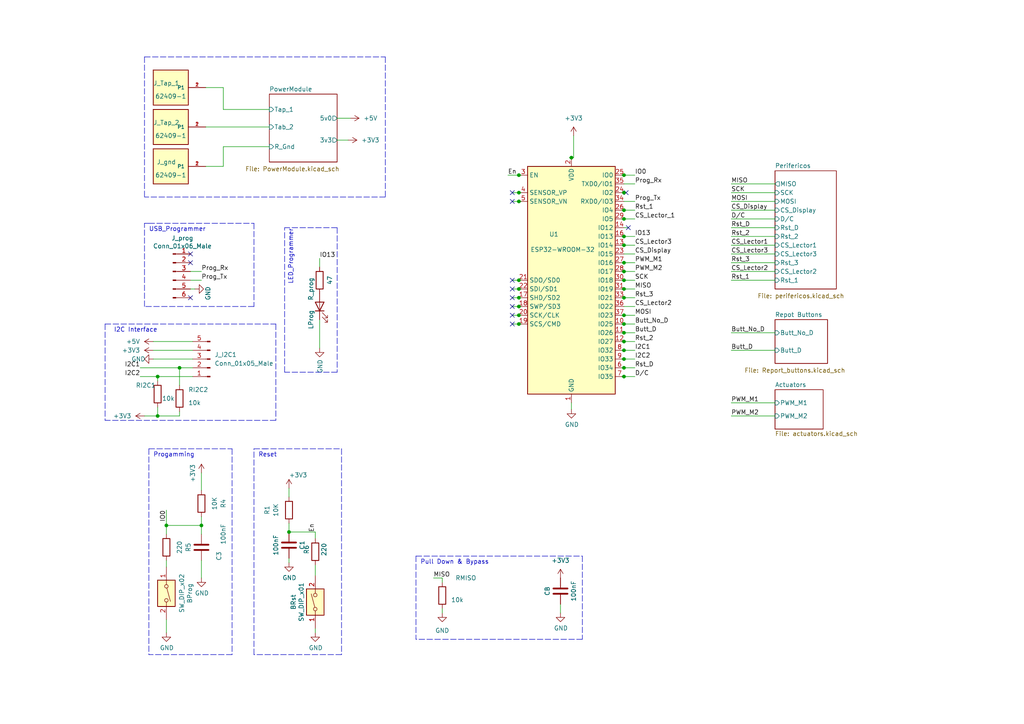
<source format=kicad_sch>
(kicad_sch (version 20211123) (generator eeschema)
  (paper "A4")
  (lib_symbols
    (symbol "Connector:Conn_01x05_Male" (pin_names (offset 1.016) hide)
      (property "Reference" "J" (at 0 7.62 0))
      (property "Value" "Conn_01x05_Male" (at 0 -7.62 0))
      (symbol "Conn_01x05_Male_1_1"
        (polyline (pts (xy 1.27 -5.08) (xy 0.8636 -5.08)) (stroke (width 0.1524)))
        (polyline (pts (xy 1.27 -2.54) (xy 0.8636 -2.54)) (stroke (width 0.1524)))
        (polyline (pts (xy 1.27 0) (xy 0.8636 0)) (stroke (width 0.1524)))
        (polyline (pts (xy 1.27 2.54) (xy 0.8636 2.54)) (stroke (width 0.1524)))
        (polyline (pts (xy 1.27 5.08) (xy 0.8636 5.08)) (stroke (width 0.1524)))
        (rectangle (start 0.8636 -4.953) (end 0 -5.207) (stroke (width 0.1524)) (fill (type outline)))
        (rectangle (start 0.8636 -2.413) (end 0 -2.667) (stroke (width 0.1524)) (fill (type outline)))
        (rectangle (start 0.8636 0.127) (end 0 -0.127) (stroke (width 0.1524)) (fill (type outline)))
        (rectangle (start 0.8636 2.667) (end 0 2.413) (stroke (width 0.1524)) (fill (type outline)))
        (rectangle (start 0.8636 5.207) (end 0 4.953) (stroke (width 0.1524)) (fill (type outline)))
        (pin passive line (at 5.08 5.08 180) (length 3.81) (name "Pin_1") (number "1"))
        (pin passive line (at 5.08 2.54 180) (length 3.81) (name "Pin_2") (number "2"))
        (pin passive line (at 5.08 0 180) (length 3.81) (name "Pin_3") (number "3"))
        (pin passive line (at 5.08 -2.54 180) (length 3.81) (name "Pin_4") (number "4"))
        (pin passive line (at 5.08 -5.08 180) (length 3.81) (name "Pin_5") (number "5"))
      )
    )
    (symbol "Connector:Conn_01x06_Male" (pin_names (offset 1.016) hide)
      (property "Reference" "J" (at 0 7.62 0))
      (property "Value" "Conn_01x06_Male" (at 0 -10.16 0))
      (symbol "Conn_01x06_Male_1_1"
        (polyline (pts (xy 1.27 -7.62) (xy 0.8636 -7.62)) (stroke (width 0.1524)))
        (polyline (pts (xy 1.27 -5.08) (xy 0.8636 -5.08)) (stroke (width 0.1524)))
        (polyline (pts (xy 1.27 -2.54) (xy 0.8636 -2.54)) (stroke (width 0.1524)))
        (polyline (pts (xy 1.27 0) (xy 0.8636 0)) (stroke (width 0.1524)))
        (polyline (pts (xy 1.27 2.54) (xy 0.8636 2.54)) (stroke (width 0.1524)))
        (polyline (pts (xy 1.27 5.08) (xy 0.8636 5.08)) (stroke (width 0.1524)))
        (rectangle (start 0.8636 -7.493) (end 0 -7.747) (stroke (width 0.1524)) (fill (type outline)))
        (rectangle (start 0.8636 -4.953) (end 0 -5.207) (stroke (width 0.1524)) (fill (type outline)))
        (rectangle (start 0.8636 -2.413) (end 0 -2.667) (stroke (width 0.1524)) (fill (type outline)))
        (rectangle (start 0.8636 0.127) (end 0 -0.127) (stroke (width 0.1524)) (fill (type outline)))
        (rectangle (start 0.8636 2.667) (end 0 2.413) (stroke (width 0.1524)) (fill (type outline)))
        (rectangle (start 0.8636 5.207) (end 0 4.953) (stroke (width 0.1524)) (fill (type outline)))
        (pin passive line (at 5.08 5.08 180) (length 3.81) (name "Pin_1") (number "1"))
        (pin passive line (at 5.08 2.54 180) (length 3.81) (name "Pin_2") (number "2"))
        (pin passive line (at 5.08 0 180) (length 3.81) (name "Pin_3") (number "3"))
        (pin passive line (at 5.08 -2.54 180) (length 3.81) (name "Pin_4") (number "4"))
        (pin passive line (at 5.08 -5.08 180) (length 3.81) (name "Pin_5") (number "5"))
        (pin passive line (at 5.08 -7.62 180) (length 3.81) (name "Pin_6") (number "6"))
      )
    )
    (symbol "Connector_Faston:62409-1" (pin_names (offset 1.016))
      (property "Reference" "J" (at -5.08 5.08 0))
      (property "Value" "62409-1" (at -5.08 -7.62 0))
      (symbol "62409-1_0_0"
        (rectangle (start -5.08 -5.08) (end 5.08 5.08) (stroke (width 0.254)) (fill (type background)))
        (pin passive line (at -10.16 0 0) (length 5.08) (name "P1") (number "1"))
        (pin passive line (at -10.16 0 0) (length 5.08) (name "P1") (number "2"))
      )
    )
    (symbol "Device:C" (pin_numbers hide) (pin_names (offset 0.254))
      (property "Reference" "C" (at 0.635 2.54 0))
      (property "Value" "C" (at 0.635 -2.54 0))
      (symbol "C_0_1"
        (polyline (pts (xy -2.032 -0.762) (xy 2.032 -0.762)) (stroke (width 0.508)))
        (polyline (pts (xy -2.032 0.762) (xy 2.032 0.762)) (stroke (width 0.508)))
      )
      (symbol "C_1_1"
        (pin passive line (at 0 3.81 270) (length 2.794) (name "~") (number "1"))
        (pin passive line (at 0 -3.81 90) (length 2.794) (name "~") (number "2"))
      )
    )
    (symbol "Device:LED" (pin_numbers hide) (pin_names (offset 1.016) hide)
      (property "Reference" "D" (at 0 2.54 0))
      (property "Value" "LED" (at 0 -2.54 0))
      (symbol "LED_0_1"
        (polyline (pts (xy -1.27 -1.27) (xy -1.27 1.27)) (stroke (width 0.254)))
        (polyline (pts (xy -1.27 0) (xy 1.27 0)))
        (polyline (pts (xy 1.27 -1.27) (xy 1.27 1.27) (xy -1.27 0) (xy 1.27 -1.27)) (stroke (width 0.254)))
        (polyline (pts (xy -3.048 -0.762) (xy -4.572 -2.286) (xy -3.81 -2.286) (xy -4.572 -2.286) (xy -4.572 -1.524)))
        (polyline (pts (xy -1.778 -0.762) (xy -3.302 -2.286) (xy -2.54 -2.286) (xy -3.302 -2.286) (xy -3.302 -1.524)))
      )
      (symbol "LED_1_1"
        (pin passive line (at -3.81 0 0) (length 2.54) (name "K") (number "1"))
        (pin passive line (at 3.81 0 180) (length 2.54) (name "A") (number "2"))
      )
    )
    (symbol "Device:R" (pin_numbers hide) (pin_names (offset 0))
      (property "Reference" "R" (at 2.032 0 90))
      (property "Value" "R" (at 0 0 90))
      (symbol "R_0_1"
        (rectangle (start -1.016 -2.54) (end 1.016 2.54) (stroke (width 0.254)))
      )
      (symbol "R_1_1"
        (pin passive line (at 0 3.81 270) (length 1.27) (name "~") (number "1"))
        (pin passive line (at 0 -3.81 90) (length 1.27) (name "~") (number "2"))
      )
    )
    (symbol "RF_Module:ESP32-WROOM-32"
      (property "Reference" "U" (at -12.7 34.29 0))
      (property "Value" "ESP32-WROOM-32" (at 1.27 34.29 0))
      (symbol "ESP32-WROOM-32_0_1"
        (rectangle (start -12.7 33.02) (end 12.7 -33.02) (stroke (width 0.254)) (fill (type background)))
      )
      (symbol "ESP32-WROOM-32_1_1"
        (pin power_in line (at 0 -35.56 90) (length 2.54) (name "GND") (number "1"))
        (pin bidirectional line (at 15.24 -12.7 180) (length 2.54) (name "IO25") (number "10"))
        (pin bidirectional line (at 15.24 -15.24 180) (length 2.54) (name "IO26") (number "11"))
        (pin bidirectional line (at 15.24 -17.78 180) (length 2.54) (name "IO27") (number "12"))
        (pin bidirectional line (at 15.24 10.16 180) (length 2.54) (name "IO14") (number "13"))
        (pin bidirectional line (at 15.24 15.24 180) (length 2.54) (name "IO12") (number "14"))
        (pin passive line (at 0 -35.56 90) (length 2.54) hide (name "GND") (number "15"))
        (pin bidirectional line (at 15.24 12.7 180) (length 2.54) (name "IO13") (number "16"))
        (pin bidirectional line (at -15.24 -5.08 0) (length 2.54) (name "SHD/SD2") (number "17"))
        (pin bidirectional line (at -15.24 -7.62 0) (length 2.54) (name "SWP/SD3") (number "18"))
        (pin bidirectional line (at -15.24 -12.7 0) (length 2.54) (name "SCS/CMD") (number "19"))
        (pin power_in line (at 0 35.56 270) (length 2.54) (name "VDD") (number "2"))
        (pin bidirectional line (at -15.24 -10.16 0) (length 2.54) (name "SCK/CLK") (number "20"))
        (pin bidirectional line (at -15.24 0 0) (length 2.54) (name "SDO/SD0") (number "21"))
        (pin bidirectional line (at -15.24 -2.54 0) (length 2.54) (name "SDI/SD1") (number "22"))
        (pin bidirectional line (at 15.24 7.62 180) (length 2.54) (name "IO15") (number "23"))
        (pin bidirectional line (at 15.24 25.4 180) (length 2.54) (name "IO2") (number "24"))
        (pin bidirectional line (at 15.24 30.48 180) (length 2.54) (name "IO0") (number "25"))
        (pin bidirectional line (at 15.24 20.32 180) (length 2.54) (name "IO4") (number "26"))
        (pin bidirectional line (at 15.24 5.08 180) (length 2.54) (name "IO16") (number "27"))
        (pin bidirectional line (at 15.24 2.54 180) (length 2.54) (name "IO17") (number "28"))
        (pin bidirectional line (at 15.24 17.78 180) (length 2.54) (name "IO5") (number "29"))
        (pin input line (at -15.24 30.48 0) (length 2.54) (name "EN") (number "3"))
        (pin bidirectional line (at 15.24 0 180) (length 2.54) (name "IO18") (number "30"))
        (pin bidirectional line (at 15.24 -2.54 180) (length 2.54) (name "IO19") (number "31"))
        (pin no_connect line (at -12.7 -27.94 0) (length 2.54) hide (name "NC") (number "32"))
        (pin bidirectional line (at 15.24 -5.08 180) (length 2.54) (name "IO21") (number "33"))
        (pin bidirectional line (at 15.24 22.86 180) (length 2.54) (name "RXD0/IO3") (number "34"))
        (pin bidirectional line (at 15.24 27.94 180) (length 2.54) (name "TXD0/IO1") (number "35"))
        (pin bidirectional line (at 15.24 -7.62 180) (length 2.54) (name "IO22") (number "36"))
        (pin bidirectional line (at 15.24 -10.16 180) (length 2.54) (name "IO23") (number "37"))
        (pin passive line (at 0 -35.56 90) (length 2.54) hide (name "GND") (number "38"))
        (pin passive line (at 0 -35.56 90) (length 2.54) hide (name "GND") (number "39"))
        (pin input line (at -15.24 25.4 0) (length 2.54) (name "SENSOR_VP") (number "4"))
        (pin input line (at -15.24 22.86 0) (length 2.54) (name "SENSOR_VN") (number "5"))
        (pin input line (at 15.24 -25.4 180) (length 2.54) (name "IO34") (number "6"))
        (pin input line (at 15.24 -27.94 180) (length 2.54) (name "IO35") (number "7"))
        (pin bidirectional line (at 15.24 -20.32 180) (length 2.54) (name "IO32") (number "8"))
        (pin bidirectional line (at 15.24 -22.86 180) (length 2.54) (name "IO33") (number "9"))
      )
    )
    (symbol "Switch:SW_DIP_x01" (pin_names (offset 0) hide)
      (property "Reference" "SW" (at 0 3.81 0))
      (property "Value" "SW_DIP_x01" (at 0 -3.81 0))
      (symbol "SW_DIP_x01_0_0"
        (circle (center -2.032 0) (radius 0.508))
        (polyline (pts (xy -1.524 0.127) (xy 2.3622 1.1684)))
        (circle (center 2.032 0) (radius 0.508))
      )
      (symbol "SW_DIP_x01_0_1"
        (rectangle (start -3.81 2.54) (end 3.81 -2.54) (stroke (width 0.254)) (fill (type background)))
      )
      (symbol "SW_DIP_x01_1_1"
        (pin passive line (at -7.62 0 0) (length 5.08) (name "~") (number "1"))
        (pin passive line (at 7.62 0 180) (length 5.08) (name "~") (number "2"))
      )
    )
    (symbol "power:+3.3V" (power) (pin_names (offset 0))
      (property "Value" "+3.3V" (at 0 3.556 0))
      (symbol "+3.3V_0_1"
        (polyline (pts (xy -0.762 1.27) (xy 0 2.54)))
        (polyline (pts (xy 0 0) (xy 0 2.54)))
        (polyline (pts (xy 0 2.54) (xy 0.762 1.27)))
      )
      (symbol "+3.3V_1_1"
        (pin power_in line (at 0 0 90) (length 0) hide (name "+3V3") (number "1"))
      )
    )
    (symbol "power:+5V" (power) (pin_names (offset 0))
      (property "Value" "+5V" (at 0 3.556 0))
      (symbol "+5V_0_1"
        (polyline (pts (xy -0.762 1.27) (xy 0 2.54)))
        (polyline (pts (xy 0 0) (xy 0 2.54)))
        (polyline (pts (xy 0 2.54) (xy 0.762 1.27)))
      )
      (symbol "+5V_1_1"
        (pin power_in line (at 0 0 90) (length 0) hide (name "+5V") (number "1"))
      )
    )
    (symbol "power:GND" (power) (pin_names (offset 0))
      (property "Value" "GND" (at 0 -3.81 0))
      (symbol "GND_0_1"
        (polyline (pts (xy 0 0) (xy 0 -1.27) (xy 1.27 -1.27) (xy 0 -2.54) (xy -1.27 -1.27) (xy 0 -1.27)))
      )
      (symbol "GND_1_1"
        (pin power_in line (at 0 0 270) (length 0) hide (name "GND") (number "1"))
      )
    )
  )
  (junction (at 150.495 93.98))
  (junction (at 180.975 83.82))
  (junction (at 165.735 45.72))
  (junction (at 180.975 104.14))
  (junction (at 180.975 76.2))
  (junction (at 48.26 152.4))
  (junction (at 180.975 78.74))
  (junction (at 52.07 106.68))
  (junction (at 150.495 58.42))
  (junction (at 45.72 109.22))
  (junction (at 180.975 91.44))
  (junction (at 180.975 68.58))
  (junction (at 180.975 60.96))
  (junction (at 180.975 101.6))
  (junction (at 150.495 81.28))
  (junction (at 180.975 109.22))
  (junction (at 180.975 106.68))
  (junction (at 83.82 154.305))
  (junction (at 180.975 86.36))
  (junction (at 150.495 86.36))
  (junction (at 180.975 55.88))
  (junction (at 45.72 120.65))
  (junction (at 180.975 93.98))
  (junction (at 180.975 81.28))
  (junction (at 180.975 99.06))
  (junction (at 150.495 55.88))
  (junction (at 180.975 63.5))
  (junction (at 150.495 83.82))
  (junction (at 180.975 50.8))
  (junction (at 180.975 96.52))
  (junction (at 180.975 71.12))
  (junction (at 150.495 50.8))
  (junction (at 58.42 152.4))
  (junction (at 150.495 88.9))
  (junction (at 150.495 91.44))
  (no_connect (at 148.59 55.88))
  (no_connect (at 55.245 73.66))
  (no_connect (at 148.59 88.9))
  (no_connect (at 148.59 83.82))
  (no_connect (at 181.61 55.88))
  (no_connect (at 148.59 93.98))
  (no_connect (at 182.245 66.04))
  (no_connect (at 148.59 58.42))
  (no_connect (at 55.245 86.36))
  (no_connect (at 55.245 76.2))
  (no_connect (at 148.59 86.36))
  (no_connect (at 148.59 81.28))
  (no_connect (at 148.59 91.44))
  (polyline (pts (xy 73.66 64.77) (xy 73.66 88.9)))
  (wire (pts (xy 97.79 40.64) (xy 100.965 40.64)))
  (polyline (pts (xy 43.18 130.175) (xy 67.31 130.175)))
  (wire (pts (xy 148.59 91.44) (xy 150.495 91.44)))
  (wire (pts (xy 64.77 25.4) (xy 64.77 31.75)))
  (polyline (pts (xy 80.01 93.98) (xy 80.01 121.92)))
  (wire (pts (xy 180.975 55.88) (xy 181.61 55.88)))
  (polyline (pts (xy 120.65 161.29) (xy 120.65 185.42)))
  (wire (pts (xy 148.59 58.42) (xy 150.495 58.42)))
  (wire (pts (xy 180.975 104.14) (xy 184.15 104.14)))
  (wire (pts (xy 165.735 45.72) (xy 166.37 45.72)))
  (polyline (pts (xy 43.18 130.175) (xy 43.18 189.865)))
  (polyline (pts (xy 76.2 130.175) (xy 99.06 130.175)))
  (wire (pts (xy 128.27 167.64) (xy 128.27 168.91)))
  (wire (pts (xy 48.26 147.955) (xy 48.26 152.4)))
  (wire (pts (xy 148.59 93.98) (xy 150.495 93.98)))
  (wire (pts (xy 180.975 50.8) (xy 184.15 50.8)))
  (wire (pts (xy 52.07 119.38) (xy 52.07 120.65)))
  (wire (pts (xy 212.09 53.34) (xy 224.79 53.34)))
  (wire (pts (xy 212.09 78.74) (xy 224.79 78.74)))
  (wire (pts (xy 58.42 149.86) (xy 58.42 152.4)))
  (wire (pts (xy 180.975 99.06) (xy 184.15 99.06)))
  (polyline (pts (xy 41.91 16.51) (xy 111.76 16.51)))
  (wire (pts (xy 150.495 81.28) (xy 151.13 81.28)))
  (polyline (pts (xy 41.91 16.51) (xy 41.91 57.15)))
  (wire (pts (xy 165.1 45.72) (xy 165.735 45.72)))
  (wire (pts (xy 59.69 48.26) (xy 64.77 48.26)))
  (wire (pts (xy 64.77 42.545) (xy 78.105 42.545)))
  (wire (pts (xy 59.69 25.4) (xy 64.77 25.4)))
  (polyline (pts (xy 97.79 66.04) (xy 82.55 66.04)))
  (wire (pts (xy 180.975 88.9) (xy 184.15 88.9)))
  (wire (pts (xy 180.975 81.28) (xy 184.15 81.28)))
  (wire (pts (xy 41.91 120.65) (xy 45.72 120.65)))
  (wire (pts (xy 48.26 152.4) (xy 48.26 154.94)))
  (wire (pts (xy 180.975 76.2) (xy 184.15 76.2)))
  (polyline (pts (xy 73.66 130.175) (xy 77.47 130.175)))
  (wire (pts (xy 180.975 53.34) (xy 184.15 53.34)))
  (polyline (pts (xy 97.79 107.95) (xy 82.55 107.95)))
  (polyline (pts (xy 41.91 64.77) (xy 43.18 64.77)))
  (wire (pts (xy 97.79 34.29) (xy 101.6 34.29)))
  (wire (pts (xy 150.495 83.82) (xy 151.13 83.82)))
  (wire (pts (xy 45.72 109.22) (xy 45.72 110.49)))
  (wire (pts (xy 147.32 50.8) (xy 150.495 50.8)))
  (wire (pts (xy 180.975 91.44) (xy 184.15 91.44)))
  (wire (pts (xy 64.77 31.75) (xy 78.105 31.75)))
  (wire (pts (xy 180.975 106.68) (xy 184.15 106.68)))
  (polyline (pts (xy 67.31 130.175) (xy 67.31 189.865)))
  (wire (pts (xy 55.245 81.28) (xy 58.42 81.28)))
  (wire (pts (xy 91.44 183.515) (xy 91.44 182.245)))
  (wire (pts (xy 180.34 93.98) (xy 180.975 93.98)))
  (wire (pts (xy 165.735 118.745) (xy 165.735 116.84)))
  (wire (pts (xy 212.09 76.2) (xy 224.79 76.2)))
  (polyline (pts (xy 111.76 16.51) (xy 111.76 57.15)))
  (wire (pts (xy 212.09 55.88) (xy 224.79 55.88)))
  (wire (pts (xy 180.34 106.68) (xy 180.975 106.68)))
  (wire (pts (xy 64.77 42.545) (xy 64.77 48.26)))
  (wire (pts (xy 180.975 66.04) (xy 182.245 66.04)))
  (wire (pts (xy 44.45 101.6) (xy 55.88 101.6)))
  (wire (pts (xy 180.975 96.52) (xy 184.15 96.52)))
  (wire (pts (xy 83.82 154.305) (xy 91.44 154.305)))
  (wire (pts (xy 148.59 55.88) (xy 150.495 55.88)))
  (wire (pts (xy 52.07 106.68) (xy 55.88 106.68)))
  (wire (pts (xy 180.975 101.6) (xy 184.15 101.6)))
  (wire (pts (xy 180.975 58.42) (xy 184.15 58.42)))
  (wire (pts (xy 92.71 74.93) (xy 92.71 77.47)))
  (wire (pts (xy 180.34 63.5) (xy 180.975 63.5)))
  (wire (pts (xy 150.495 50.8) (xy 151.13 50.8)))
  (wire (pts (xy 150.495 55.88) (xy 151.13 55.88)))
  (wire (pts (xy 52.07 120.65) (xy 45.72 120.65)))
  (wire (pts (xy 83.82 154.305) (xy 83.82 151.765)))
  (wire (pts (xy 212.09 60.96) (xy 224.79 60.96)))
  (wire (pts (xy 212.09 101.6) (xy 224.79 101.6)))
  (polyline (pts (xy 30.48 93.98) (xy 30.48 121.92)))
  (polyline (pts (xy 168.91 161.29) (xy 168.91 185.42)))
  (polyline (pts (xy 168.91 185.42) (xy 120.65 185.42)))
  (wire (pts (xy 212.09 116.84) (xy 224.79 116.84)))
  (wire (pts (xy 150.495 58.42) (xy 151.13 58.42)))
  (wire (pts (xy 150.495 93.98) (xy 151.13 93.98)))
  (polyline (pts (xy 111.76 57.15) (xy 41.91 57.15)))
  (polyline (pts (xy 99.06 130.175) (xy 99.06 189.865)))
  (wire (pts (xy 40.64 109.22) (xy 45.72 109.22)))
  (wire (pts (xy 180.34 55.88) (xy 180.975 55.88)))
  (wire (pts (xy 83.82 163.195) (xy 83.82 161.925)))
  (wire (pts (xy 40.64 106.68) (xy 52.07 106.68)))
  (wire (pts (xy 55.245 83.82) (xy 56.515 83.82)))
  (wire (pts (xy 58.42 152.4) (xy 58.42 154.94)))
  (wire (pts (xy 180.975 83.82) (xy 184.15 83.82)))
  (wire (pts (xy 48.26 179.705) (xy 48.26 183.515)))
  (wire (pts (xy 180.975 63.5) (xy 184.15 63.5)))
  (wire (pts (xy 148.59 83.82) (xy 150.495 83.82)))
  (wire (pts (xy 125.73 167.64) (xy 128.27 167.64)))
  (polyline (pts (xy 30.48 93.98) (xy 80.01 93.98)))
  (wire (pts (xy 180.34 86.36) (xy 180.975 86.36)))
  (wire (pts (xy 212.09 96.52) (xy 224.79 96.52)))
  (polyline (pts (xy 99.06 189.865) (xy 73.66 189.865)))
  (wire (pts (xy 180.34 60.96) (xy 180.975 60.96)))
  (wire (pts (xy 180.34 101.6) (xy 180.975 101.6)))
  (wire (pts (xy 83.82 141.605) (xy 83.82 144.145)))
  (wire (pts (xy 55.245 78.74) (xy 58.42 78.74)))
  (wire (pts (xy 180.34 109.22) (xy 180.975 109.22)))
  (polyline (pts (xy 120.65 161.29) (xy 168.91 161.29)))
  (polyline (pts (xy 82.55 107.95) (xy 82.55 66.04)))
  (wire (pts (xy 180.34 76.2) (xy 180.975 76.2)))
  (wire (pts (xy 180.975 93.98) (xy 184.15 93.98)))
  (polyline (pts (xy 41.91 88.9) (xy 41.91 64.77)))
  (wire (pts (xy 92.71 92.71) (xy 92.71 100.965)))
  (wire (pts (xy 212.09 71.12) (xy 224.79 71.12)))
  (wire (pts (xy 150.495 88.9) (xy 151.13 88.9)))
  (wire (pts (xy 180.34 96.52) (xy 180.975 96.52)))
  (wire (pts (xy 45.72 120.65) (xy 45.72 118.11)))
  (wire (pts (xy 180.34 78.74) (xy 180.975 78.74)))
  (wire (pts (xy 58.42 152.4) (xy 48.26 152.4)))
  (wire (pts (xy 162.56 175.26) (xy 162.56 177.8)))
  (polyline (pts (xy 73.66 88.9) (xy 41.91 88.9)))
  (wire (pts (xy 180.34 104.14) (xy 180.975 104.14)))
  (wire (pts (xy 91.44 156.21) (xy 91.44 154.305)))
  (wire (pts (xy 212.09 81.28) (xy 224.79 81.28)))
  (wire (pts (xy 180.34 99.06) (xy 180.975 99.06)))
  (wire (pts (xy 166.37 39.37) (xy 166.37 45.72)))
  (wire (pts (xy 58.42 162.56) (xy 58.42 167.64)))
  (wire (pts (xy 180.34 68.58) (xy 180.975 68.58)))
  (wire (pts (xy 180.34 81.28) (xy 180.975 81.28)))
  (wire (pts (xy 48.26 162.56) (xy 48.26 164.465)))
  (wire (pts (xy 212.09 68.58) (xy 224.79 68.58)))
  (wire (pts (xy 150.495 91.44) (xy 151.13 91.44)))
  (polyline (pts (xy 67.31 189.865) (xy 43.18 189.865)))
  (wire (pts (xy 180.975 68.58) (xy 184.15 68.58)))
  (wire (pts (xy 180.975 78.74) (xy 184.15 78.74)))
  (wire (pts (xy 148.59 88.9) (xy 150.495 88.9)))
  (polyline (pts (xy 97.79 66.04) (xy 97.79 107.95)))
  (wire (pts (xy 180.975 71.12) (xy 184.15 71.12)))
  (wire (pts (xy 212.09 120.65) (xy 224.79 120.65)))
  (polyline (pts (xy 80.01 121.92) (xy 30.48 121.92)))
  (wire (pts (xy 180.34 50.8) (xy 180.975 50.8)))
  (wire (pts (xy 150.495 86.36) (xy 151.13 86.36)))
  (wire (pts (xy 58.42 137.16) (xy 58.42 142.24)))
  (wire (pts (xy 45.72 109.22) (xy 55.88 109.22)))
  (wire (pts (xy 148.59 86.36) (xy 150.495 86.36)))
  (wire (pts (xy 180.975 73.66) (xy 184.15 73.66)))
  (wire (pts (xy 180.975 86.36) (xy 184.15 86.36)))
  (wire (pts (xy 212.09 66.04) (xy 224.79 66.04)))
  (wire (pts (xy 91.44 167.005) (xy 91.44 163.83)))
  (wire (pts (xy 180.34 91.44) (xy 180.975 91.44)))
  (wire (pts (xy 180.34 83.82) (xy 180.975 83.82)))
  (wire (pts (xy 148.59 81.28) (xy 150.495 81.28)))
  (wire (pts (xy 44.45 99.06) (xy 55.88 99.06)))
  (wire (pts (xy 52.07 106.68) (xy 52.07 111.76)))
  (wire (pts (xy 212.09 73.66) (xy 224.79 73.66)))
  (wire (pts (xy 59.69 36.83) (xy 78.105 36.83)))
  (wire (pts (xy 128.27 177.8) (xy 128.27 176.53)))
  (polyline (pts (xy 73.66 189.865) (xy 73.66 130.175)))
  (wire (pts (xy 180.975 60.96) (xy 184.15 60.96)))
  (polyline (pts (xy 43.18 64.77) (xy 73.66 64.77)))
  (wire (pts (xy 212.09 58.42) (xy 224.79 58.42)))
  (wire (pts (xy 44.45 104.14) (xy 55.88 104.14)))
  (wire (pts (xy 180.34 71.12) (xy 180.975 71.12)))
  (wire (pts (xy 212.09 63.5) (xy 224.79 63.5)))
  (wire (pts (xy 180.975 109.22) (xy 184.15 109.22)))
  (text "LED_Programmer" (at 85.09 82.55 90) (effects (font (size 1.27 1.27)) (justify left bottom)))
  (text "I2C Interface\n" (at 33.02 96.52 0) (effects (font (size 1.27 1.27)) (justify left bottom)))
  (text "Progamming\n" (at 44.45 132.715 0) (effects (font (size 1.27 1.27)) (justify left bottom)))
  (text "Pull Down & Bypass\n" (at 121.92 163.83 0) (effects (font (size 1.27 1.27)) (justify left bottom)))
  (text "Reset\n" (at 74.93 132.715 0) (effects (font (size 1.27 1.27)) (justify left bottom)))
  (text "USB_Programmer\n" (at 43.18 67.31 0) (effects (font (size 1.27 1.27)) (justify left bottom)))
  (label "Butt_D" (at 212.09 101.6 0))
  (label "CS_Lector2" (at 184.15 88.9 0))
  (label "I2C2" (at 40.64 109.22 180))
  (label "D{slash}C" (at 184.15 109.22 0))
  (label "Rst_D" (at 212.09 66.04 0))
  (label "Prog_Rx" (at 184.15 53.34 0))
  (label "IO13" (at 92.71 74.93 0))
  (label "Butt_No_D" (at 212.09 96.52 0))
  (label "Rst_D" (at 184.15 106.68 0))
  (label "Rst_3" (at 184.15 86.36 0))
  (label "Prog_Tx" (at 58.42 81.28 0))
  (label "IO13" (at 184.15 68.58 0))
  (label "IO0" (at 48.26 147.955 270))
  (label "D{slash}C" (at 212.09 63.5 0))
  (label "CS_Display" (at 184.15 73.66 0))
  (label "CS_Lector_1" (at 184.15 63.5 0))
  (label "Rst_3" (at 212.09 76.2 0))
  (label "MISO" (at 125.73 167.64 0))
  (label "Rst_1" (at 184.15 60.96 0))
  (label "CS_Display" (at 212.09 60.96 0))
  (label "PWM_M2" (at 184.15 78.74 0))
  (label "En" (at 91.44 154.305 90))
  (label "MOSI" (at 212.09 58.42 0))
  (label "MISO" (at 184.15 83.82 0))
  (label "Rst_2" (at 212.09 68.58 0))
  (label "CS_Lector3" (at 184.15 71.12 0))
  (label "MISO" (at 212.09 53.34 0))
  (label "Prog_Tx" (at 184.15 58.42 0))
  (label "I2C2" (at 184.15 104.14 0))
  (label "Prog_Rx" (at 58.42 78.74 0))
  (label "Butt_D" (at 184.15 96.52 0))
  (label "CS_Lector2" (at 212.09 78.74 0))
  (label "PWM_M1" (at 184.15 76.2 0))
  (label "PWM_M2" (at 212.09 120.65 0))
  (label "CS_Lector3" (at 212.09 73.66 0))
  (label "SCK" (at 184.15 81.28 0))
  (label "PWM_M1" (at 212.09 116.84 0))
  (label "Rst_2" (at 184.15 99.06 0))
  (label "IO0" (at 184.15 50.8 0))
  (label "MOSI" (at 184.15 91.44 0))
  (label "SCK" (at 212.09 55.88 0))
  (label "I2C1" (at 184.15 101.6 0))
  (label "En" (at 147.32 50.8 0))
  (label "Butt_No_D" (at 184.15 93.98 0))
  (label "CS_Lector1" (at 212.09 71.12 0))
  (label "Rst_1" (at 212.09 81.28 0))
  (label "I2C1" (at 40.64 106.68 180))
  (symbol (lib_id "power:GND") (at 56.515 83.82 90) (unit 1)
    (property "Reference" "#PWR0104" (effects hide))
    (property "Value" "GND" (at 60.325 85.09 0))
  )
  (symbol (lib_id "power:GND") (at 128.27 177.8 0) (unit 1)
    (property "Reference" "#PWR0111" (effects hide))
    (property "Value" "GND" (at 128.27 182.88 0))
  )
  (symbol (lib_id "power:+5V") (at 101.6 34.29 270) (unit 1)
    (property "Reference" "#PWR?" (effects hide))
    (property "Value" "+5V" (at 105.41 34.2899 90) (effects (justify left)))
  )
  (symbol (lib_id "Switch:SW_DIP_x01") (at 48.26 172.085 270) (unit 1)
    (property "Reference" "BProg" (at 55.0418 172.085 0))
    (property "Value" "SW_DIP_x02" (at 52.7304 172.085 0))
    (property "Footprint" "Button_Switch_SMD:SW_SPST_CK_RS282G05A3" (effects hide))
  )
  (symbol (lib_id "Device:R") (at 58.42 146.05 180) (unit 1)
    (property "Reference" "R4" (at 64.77 146.05 90))
    (property "Value" "10K" (at 62.23 146.05 90))
    (property "Footprint" "Resistor_SMD:R_0805_2012Metric_Pad1.20x1.40mm_HandSolder" (effects hide))
  )
  (symbol (lib_id "power:+3.3V") (at 41.91 120.65 90) (unit 1)
    (property "Reference" "#PWR?" (effects hide))
    (property "Value" "+3.3V" (at 38.1 120.65 90) (effects (justify left)))
  )
  (symbol (lib_id "power:+3.3V") (at 100.965 40.64 270) (unit 1)
    (property "Reference" "#PWR?" (effects hide))
    (property "Value" "+3.3V" (at 104.775 40.6399 90) (effects (justify left)))
  )
  (symbol (lib_id "power:+3.3V") (at 44.45 101.6 90) (unit 1)
    (property "Reference" "#PWR?" (effects hide))
    (property "Value" "+3.3V" (at 40.64 101.6 90) (effects (justify left)))
  )
  (symbol (lib_id "power:GND") (at 58.42 167.64 0) (unit 1)
    (property "Reference" "#PWR?" (effects hide))
    (property "Value" "GND" (at 58.547 172.0342 0))
  )
  (symbol (lib_id "Device:LED") (at 92.71 88.9 90) (unit 1)
    (property "Reference" "LProg" (at 90.17 92.71 0))
    (property "Value" "LED" (effects hide))
    (property "Footprint" "LED_SMD:LED_0805_2012Metric_Pad1.15x1.40mm_HandSolder" (effects hide))
  )
  (symbol (lib_id "Device:R") (at 83.82 147.955 0) (unit 1)
    (property "Reference" "R1" (at 77.47 147.955 90))
    (property "Value" "10K" (at 80.01 147.955 90))
    (property "Footprint" "Resistor_SMD:R_0805_2012Metric_Pad1.20x1.40mm_HandSolder" (effects hide))
  )
  (symbol (lib_id "power:GND") (at 48.26 183.515 0) (unit 1)
    (property "Reference" "#PWR0115" (effects hide))
    (property "Value" "GND" (at 48.387 187.9092 0))
  )
  (symbol (lib_id "Connector:Conn_01x06_Male") (at 50.165 78.74 0) (unit 1)
    (property "Reference" "J_prog" (at 52.9082 69.0626 0))
    (property "Value" "Conn_01x06_Male" (at 52.9082 71.374 0))
    (property "Footprint" "Connector_PinSocket_2.54mm:PinSocket_1x06_P2.54mm_Vertical" (effects hide))
  )
  (symbol (lib_id "Device:C") (at 83.82 158.115 180) (unit 1)
    (property "Reference" "C1" (at 87.63 158.115 90))
    (property "Value" "100nF" (at 80.01 158.115 90))
    (property "Footprint" "Capacitor_SMD:C_0805_2012Metric_Pad1.18x1.45mm_HandSolder" (effects hide))
  )
  (symbol (lib_id "Connector_Faston:62409-1") (at 49.53 36.83 180) (unit 1)
    (property "Reference" "J_Tap_2" (at 48.26 35.56 0))
    (property "Value" "62409-1" (at 49.53 39.37 0))
    (property "Footprint" "TE_62409-1" (effects hide))
    (property "Comment" "62409-1" (effects hide))
  )
  (symbol (lib_id "Device:R") (at 91.44 160.02 0) (unit 1)
    (property "Reference" "R6" (at 88.9 159.385 90))
    (property "Value" "220" (at 93.98 159.385 90))
    (property "Footprint" "Resistor_SMD:R_0805_2012Metric_Pad1.20x1.40mm_HandSolder" (effects hide))
  )
  (symbol (lib_id "power:+3.3V") (at 162.56 167.64 0) (unit 1)
    (property "Reference" "#PWR?" (effects hide))
    (property "Value" "+3.3V" (at 162.56 162.56 0))
  )
  (symbol (lib_id "power:+5V") (at 44.45 99.06 90) (unit 1)
    (property "Reference" "#PWR?" (effects hide))
    (property "Value" "+5V" (at 40.64 99.0599 90) (effects (justify left)))
  )
  (symbol (lib_id "Device:R") (at 92.71 81.28 180) (unit 1)
    (property "Reference" "R_prog" (at 90.17 83.82 90))
    (property "Value" "47" (at 95.6564 81.28 90))
    (property "Footprint" "Resistor_SMD:R_0805_2012Metric_Pad1.20x1.40mm_HandSolder" (effects hide))
  )
  (symbol (lib_id "Device:R") (at 128.27 172.72 0) (unit 1)
    (property "Reference" "RMISO" (at 132.08 167.64 0) (effects (justify left)))
    (property "Value" "10k" (at 130.81 173.9899 0) (effects (justify left)))
    (property "Footprint" "Resistor_SMD:R_0805_2012Metric_Pad1.20x1.40mm_HandSolder" (effects hide))
  )
  (symbol (lib_id "RF_Module:ESP32-WROOM-32") (at 165.735 81.28 0) (unit 1)
    (property "Reference" "U1" (at 160.655 67.945 0))
    (property "Value" "ESP32-WROOM-32" (at 163.195 72.39 0))
    (property "Footprint" "RF_Module:ESP32-WROOM-32" (effects hide))
    (property "Datasheet" "https://www.espressif.com/sites/default/files/documentation/esp32-wroom-32_datasheet_en.pdf" (effects hide))
  )
  (symbol (lib_id "power:GND") (at 92.71 100.965 0) (unit 1)
    (property "Reference" "#PWR0113" (effects hide))
    (property "Value" "GND" (at 92.837 104.2162 90) (effects (justify right)))
  )
  (symbol (lib_id "Connector:Conn_01x05_Male") (at 60.96 104.14 180) (unit 1)
    (property "Reference" "J_I2C1" (at 62.23 102.8699 0) (effects (justify right)))
    (property "Value" "Conn_01x05_Male" (at 62.23 105.4099 0) (effects (justify right)))
    (property "Footprint" "Connector_PinHeader_2.54mm:PinHeader_1x05_P2.54mm_Vertical" (effects hide))
  )
  (symbol (lib_id "Device:C") (at 58.42 158.75 0) (unit 1)
    (property "Reference" "C3" (at 63.5 161.29 90))
    (property "Value" "100nF" (at 64.77 154.94 90))
    (property "Footprint" "Capacitor_SMD:C_0805_2012Metric_Pad1.18x1.45mm_HandSolder" (effects hide))
  )
  (symbol (lib_id "Device:R") (at 52.07 115.57 0) (unit 1)
    (property "Reference" "RI2C2" (at 54.61 113.03 0) (effects (justify left)))
    (property "Value" "10k" (at 54.61 116.8399 0) (effects (justify left)))
    (property "Footprint" "Resistor_SMD:R_0805_2012Metric_Pad1.20x1.40mm_HandSolder" (effects hide))
  )
  (symbol (lib_id "power:+3.3V") (at 58.42 137.16 0) (unit 1)
    (property "Reference" "#PWR?" (effects hide))
    (property "Value" "+3.3V" (at 55.88 134.62 90) (effects (justify right)))
  )
  (symbol (lib_id "power:+3.3V") (at 83.82 141.605 0) (unit 1)
    (property "Reference" "#PWR?" (effects hide))
    (property "Value" "+3.3V" (at 83.82 137.795 0) (effects (justify left)))
  )
  (symbol (lib_id "power:GND") (at 165.735 118.745 0) (unit 1)
    (property "Reference" "#PWR0103" (effects hide))
    (property "Value" "GND" (at 165.862 123.1392 0))
  )
  (symbol (lib_id "power:+3.3V") (at 166.37 39.37 0) (unit 1)
    (property "Reference" "#PWR?" (effects hide))
    (property "Value" "+3.3V" (at 166.37 34.29 0))
  )
  (symbol (lib_id "Switch:SW_DIP_x01") (at 91.44 174.625 90) (unit 1)
    (property "Reference" "BRst" (at 85.09 174.625 0))
    (property "Value" "SW_DIP_x01" (at 87.4014 174.625 0))
    (property "Footprint" "Button_Switch_SMD:SW_SPST_CK_RS282G05A3" (effects hide))
  )
  (symbol (lib_id "Connector_Faston:62409-1") (at 49.53 48.26 180) (unit 1)
    (property "Reference" "J_gnd" (at 48.26 46.99 0))
    (property "Value" "62409-1" (at 49.53 50.8 0))
    (property "Footprint" "TE_62409-1" (effects hide))
    (property "Comment" "62409-1" (effects hide))
  )
  (symbol (lib_id "power:GND") (at 83.82 163.195 0) (unit 1)
    (property "Reference" "#PWR?" (effects hide))
    (property "Value" "GND" (at 83.947 167.5892 0))
  )
  (symbol (lib_id "Device:C") (at 162.56 171.45 0) (unit 1)
    (property "Reference" "CB" (at 158.75 171.45 90))
    (property "Value" "100nF" (at 166.37 171.45 90))
    (property "Footprint" "Capacitor_SMD:C_0805_2012Metric_Pad1.18x1.45mm_HandSolder" (effects hide))
  )
  (symbol (lib_id "Device:R") (at 45.72 114.3 0) (unit 1)
    (property "Reference" "RI2C1" (at 39.37 111.76 0) (effects (justify left)))
    (property "Value" "10k" (at 46.99 115.57 0) (effects (justify left)))
    (property "Footprint" "Resistor_SMD:R_0805_2012Metric_Pad1.20x1.40mm_HandSolder" (effects hide))
  )
  (symbol (lib_id "power:GND") (at 162.56 177.8 0) (unit 1)
    (property "Reference" "#PWR?" (effects hide))
    (property "Value" "GND" (at 162.687 182.1942 0))
  )
  (symbol (lib_id "Device:R") (at 48.26 158.75 180) (unit 1)
    (property "Reference" "R5" (at 54.61 158.75 90))
    (property "Value" "220" (at 52.07 158.75 90))
    (property "Footprint" "Resistor_SMD:R_0805_2012Metric_Pad1.20x1.40mm_HandSolder" (effects hide))
  )
  (symbol (lib_id "power:GND") (at 91.44 183.515 0) (unit 1)
    (property "Reference" "#PWR0105" (effects hide))
    (property "Value" "GND" (at 91.567 187.9092 0))
  )
  (symbol (lib_id "power:GND") (at 44.45 104.14 270) (unit 1)
    (property "Reference" "#PWR0106" (effects hide))
    (property "Value" "GND" (at 38.1 104.14 90) (effects (justify left)))
  )
  (symbol (lib_id "Connector_Faston:62409-1") (at 49.53 25.4 180) (unit 1)
    (property "Reference" "J_Tap_1" (at 48.26 24.13 0))
    (property "Value" "62409-1" (at 49.53 27.94 0))
    (property "Footprint" "TE_62409-1" (effects hide))
    (property "Comment" "62409-1" (effects hide))
  )
  (sheet (at 224.79 113.03) (size 13.97 11.43) (stroke (width 0.1524))
    (property "Sheet name" "Actuators" (at 224.79 112.3184 0) (effects (justify left bottom)))
    (property "Sheet file" "actuators.kicad_sch" (at 224.79 125.0446 0) (effects (justify left top)))
    (pin "PWM_M1" input (at 224.79 116.84 180))
    (pin "PWM_M2" input (at 224.79 120.65 180))
  )
  (sheet (at 224.79 49.53) (size 17.78 34.29) (stroke (width 0.1524))
    (property "Sheet name" "Perifericos" (at 224.79 48.8184 0) (effects (justify left bottom)))
    (property "Sheet file" "perifericos.kicad_sch" (at 219.71 85.09 0) (effects (justify left top)))
    (pin "MISO" output (at 224.79 53.34 180))
    (pin "SCK" input (at 224.79 55.88 180))
    (pin "MOSI" input (at 224.79 58.42 180))
    (pin "CS_Display" input (at 224.79 60.96 180))
    (pin "D{slash}C" input (at 224.79 63.5 180))
    (pin "Rst_D" input (at 224.79 66.04 180))
    (pin "Rst_2" input (at 224.79 68.58 180))
    (pin "CS_Lector1" input (at 224.79 71.12 180))
    (pin "CS_Lector3" input (at 224.79 73.66 180))
    (pin "Rst_3" input (at 224.79 76.2 180))
    (pin "CS_Lector2" input (at 224.79 78.74 180))
    (pin "Rst_1" input (at 224.79 81.28 180))
  )
  (sheet (at 224.79 92.71) (size 15.24 12.7) (stroke (width 0.1524))
    (property "Sheet name" "Repot Buttons" (at 224.79 91.9984 0) (effects (justify left bottom)))
    (property "Sheet file" "Report_buttons.kicad_sch" (at 215.9 106.68 0) (effects (justify left top)))
    (pin "Butt_No_D" input (at 224.79 96.52 180))
    (pin "Butt_D" input (at 224.79 101.6 180))
  )
  (sheet (at 78.105 27.305) (size 19.685 19.685)
    (property "Sheet name" "PowerModule" (at 78.105 26.5934 0) (effects (justify left bottom)))
    (property "Sheet file" "PowerModule.kicad_sch" (at 71.12 48.26 0) (effects (justify left top)))
    (pin "3v3" output (at 97.79 40.64 0))
    (pin "5v0" output (at 97.79 34.29 0))
    (pin "R_Gnd" input (at 78.105 42.545 180))
    (pin "Tap_1" input (at 78.105 31.75 180))
    (pin "Tab_2" input (at 78.105 36.83 180))
  )
)
</source>
